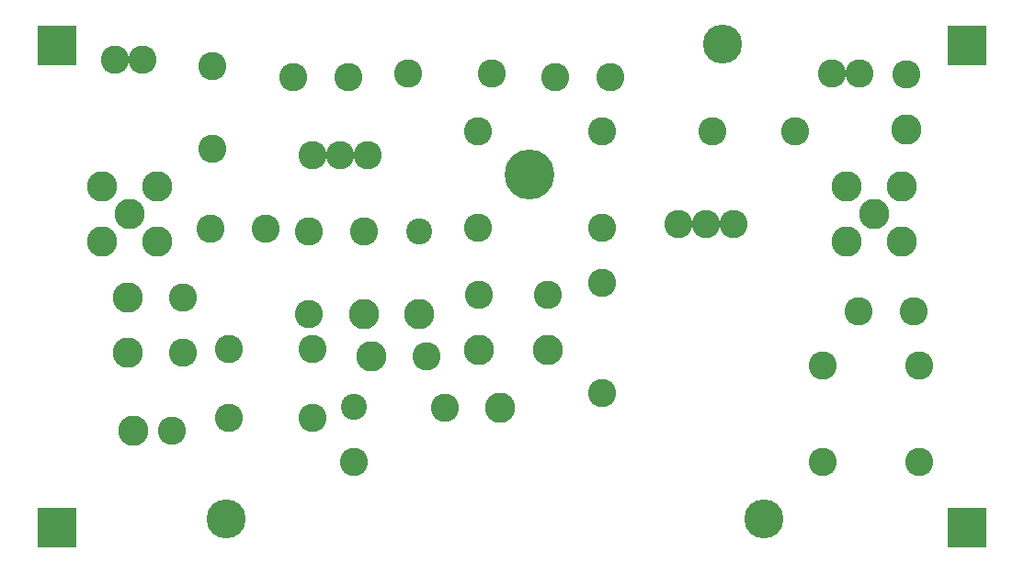
<source format=gbr>
%FSLAX34Y34*%
%MOMM*%
%LNSOLDERMASK_BOTTOM*%
G71*
G01*
%ADD10C,2.600*%
%ADD11C,2.600*%
%ADD12C,2.800*%
%ADD13C,2.400*%
%ADD14C,4.600*%
%ADD15C,2.600*%
%ADD16C,2.800*%
%ADD17C,3.600*%
%LPD*%
X-301600Y100050D02*
G54D10*
D03*
X-276200Y100050D02*
G54D10*
D03*
X-250800Y100050D02*
G54D10*
D03*
X86105Y37321D02*
G54D10*
D03*
X60705Y37321D02*
G54D10*
D03*
X35305Y37321D02*
G54D10*
D03*
X-345001Y32623D02*
G54D11*
D03*
X-395981Y32511D02*
G54D11*
D03*
X-304775Y30075D02*
G54D11*
D03*
X-304825Y-46175D02*
G54D11*
D03*
X-495300Y71450D02*
G54D12*
D03*
X-444500Y71450D02*
G54D12*
D03*
X-469900Y46050D02*
G54D12*
D03*
X-444500Y20650D02*
G54D12*
D03*
X-495300Y20650D02*
G54D12*
D03*
X-393675Y182475D02*
G54D11*
D03*
X-393725Y106225D02*
G54D11*
D03*
X-253975Y30075D02*
G54D11*
D03*
X-254025Y-46175D02*
G54D11*
D03*
X-268801Y172323D02*
G54D11*
D03*
X-319781Y172211D02*
G54D11*
D03*
X-203175Y30075D02*
G54D13*
D03*
X-203225Y-46175D02*
G54D13*
D03*
X-247666Y-85239D02*
G54D11*
D03*
X-196685Y-85127D02*
G54D11*
D03*
X-302177Y-78002D02*
G54D11*
D03*
X-378427Y-77952D02*
G54D11*
D03*
X-421201Y-30877D02*
G54D11*
D03*
X-472181Y-30989D02*
G54D11*
D03*
X-421201Y-81677D02*
G54D11*
D03*
X-472181Y-81789D02*
G54D11*
D03*
X-466788Y-153950D02*
G54D11*
D03*
X-431688Y-153950D02*
G54D11*
D03*
X-302177Y-141502D02*
G54D11*
D03*
X-378427Y-141452D02*
G54D11*
D03*
X-263500Y-182650D02*
G54D13*
D03*
X-263500Y-131850D02*
G54D13*
D03*
X-129101Y-132477D02*
G54D11*
D03*
X-180081Y-132589D02*
G54D11*
D03*
X-137077Y175998D02*
G54D11*
D03*
X-213327Y176048D02*
G54D11*
D03*
X66700Y122150D02*
G54D11*
D03*
X142900Y122150D02*
G54D11*
D03*
X251899Y-43576D02*
G54D11*
D03*
X200918Y-43689D02*
G54D11*
D03*
X-149200Y122150D02*
G54D11*
D03*
X-149200Y33250D02*
G54D11*
D03*
X-34900Y122150D02*
G54D11*
D03*
X-34900Y33250D02*
G54D11*
D03*
X-148502Y-79240D02*
G54D11*
D03*
X-148615Y-28260D02*
G54D11*
D03*
X176375Y175525D02*
G54D11*
D03*
X201875Y175525D02*
G54D11*
D03*
X245198Y123960D02*
G54D11*
D03*
X245085Y174940D02*
G54D11*
D03*
X168300Y-93750D02*
G54D11*
D03*
X257200Y-93750D02*
G54D11*
D03*
X168300Y-182650D02*
G54D11*
D03*
X257200Y-182650D02*
G54D11*
D03*
X-27500Y172323D02*
G54D11*
D03*
X-78480Y172210D02*
G54D11*
D03*
X190500Y71450D02*
G54D12*
D03*
X241300Y71450D02*
G54D12*
D03*
X215900Y46050D02*
G54D12*
D03*
X241300Y20650D02*
G54D12*
D03*
X190500Y20650D02*
G54D12*
D03*
X-34900Y-17550D02*
G54D11*
D03*
X-34900Y-119150D02*
G54D11*
D03*
X-85002Y-79240D02*
G54D11*
D03*
X-85115Y-28260D02*
G54D11*
D03*
X-101600Y82550D02*
G54D14*
D03*
X-472181Y-81789D02*
G54D15*
D03*
X-472181Y-30989D02*
G54D15*
D03*
X-129101Y-132477D02*
G54D15*
D03*
X142900Y122150D02*
G54D15*
D03*
X-203225Y-46175D02*
G54D15*
D03*
X-254025Y-46175D02*
G54D16*
D03*
X-247666Y-85239D02*
G54D16*
D03*
X-148502Y-79240D02*
G54D16*
D03*
X-85002Y-79240D02*
G54D16*
D03*
X-263500Y-182650D02*
G54D15*
D03*
X-472181Y-30989D02*
G54D16*
D03*
X-472181Y-81789D02*
G54D16*
D03*
X-466788Y-153950D02*
G54D16*
D03*
X-129101Y-132477D02*
G54D16*
D03*
X-203225Y-46175D02*
G54D16*
D03*
X245198Y123960D02*
G54D16*
D03*
X35305Y37321D02*
G54D15*
D03*
X-253975Y30075D02*
G54D13*
D03*
X-254025Y-46175D02*
G54D13*
D03*
G36*
X-555177Y219448D02*
X-519177Y219448D01*
X-519177Y183448D01*
X-555177Y183448D01*
X-555177Y219448D01*
G37*
G36*
X283023Y219448D02*
X319023Y219448D01*
X319023Y183448D01*
X283023Y183448D01*
X283023Y219448D01*
G37*
G36*
X-555177Y-225052D02*
X-519177Y-225052D01*
X-519177Y-261052D01*
X-555177Y-261052D01*
X-555177Y-225052D01*
G37*
G36*
X283023Y-225052D02*
X319023Y-225052D01*
X319023Y-261052D01*
X283023Y-261052D01*
X283023Y-225052D01*
G37*
X-381000Y-234950D02*
G54D17*
D03*
X114300Y-234950D02*
G54D17*
D03*
X76200Y203200D02*
G54D17*
D03*
X-484025Y188225D02*
G54D11*
D03*
X-458525Y188225D02*
G54D11*
D03*
M02*

</source>
